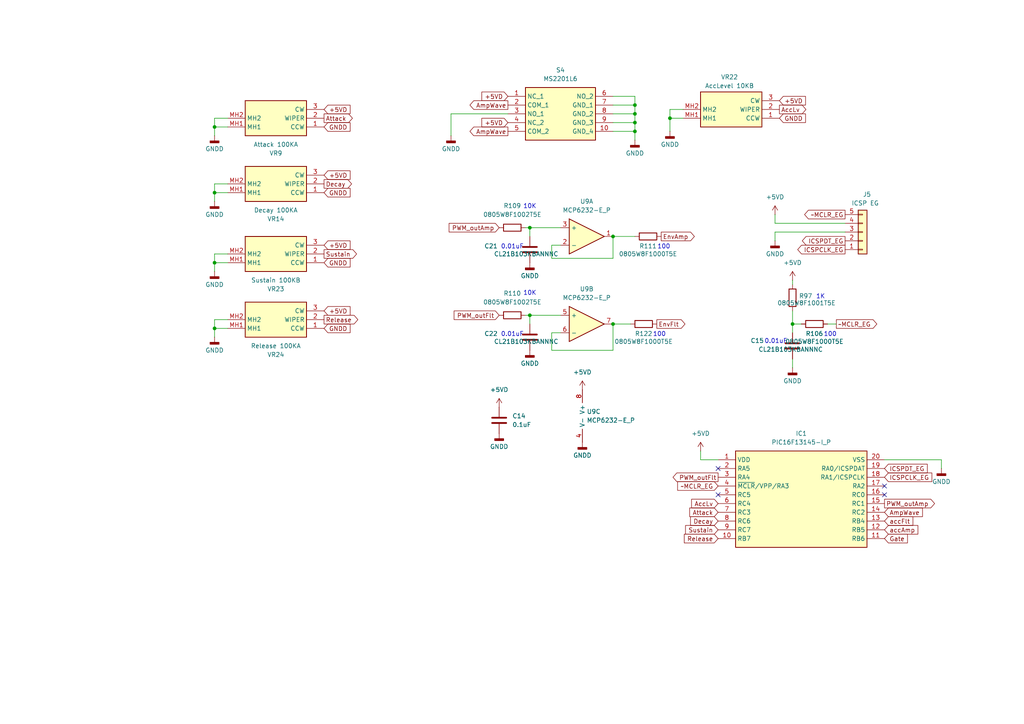
<source format=kicad_sch>
(kicad_sch (version 20250114) (generator "eeschema") (generator_version "9.0")
  (paper "A4")
  (lib_symbols
    (symbol "Connector_Generic:Conn_01x05" (pin_names (offset 1.016) (hide yes))
      (property "Reference" "J" (at 0 7.62 0))
      (property "Value" "Conn_01x05" (at 0 -7.62 0))
      (symbol "Conn_01x05_1_1"
        (rectangle (start -1.27 6.35) (end 1.27 -6.35) (stroke (width 0.254)) (fill (type background)))
        (rectangle (start -1.27 5.207) (end 0 4.953) (stroke (width 0.1524)))
        (rectangle (start -1.27 2.667) (end 0 2.413) (stroke (width 0.1524)))
        (rectangle (start -1.27 0.127) (end 0 -0.127) (stroke (width 0.1524)))
        (rectangle (start -1.27 -2.413) (end 0 -2.667) (stroke (width 0.1524)))
        (rectangle (start -1.27 -4.953) (end 0 -5.207) (stroke (width 0.1524)))
        (pin passive line (at -5.08 5.08 0) (length 3.81) (name "Pin_1") (number "1"))
        (pin passive line (at -5.08 2.54 0) (length 3.81) (name "Pin_2") (number "2"))
        (pin passive line (at -5.08 0 0) (length 3.81) (name "Pin_3") (number "3"))
        (pin passive line (at -5.08 -2.54 0) (length 3.81) (name "Pin_4") (number "4"))
        (pin passive line (at -5.08 -5.08 0) (length 3.81) (name "Pin_5") (number "5"))
      )
    )
    (symbol "Device:C" (pin_numbers (hide yes)) (pin_names (offset 0.254))
      (property "Reference" "C" (at 0.635 2.54 0))
      (property "Value" "C" (at 0.635 -2.54 0))
      (symbol "C_0_1"
        (polyline (pts (xy -2.032 0.762) (xy 2.032 0.762)) (stroke (width 0.508)))
        (polyline (pts (xy -2.032 -0.762) (xy 2.032 -0.762)) (stroke (width 0.508)))
      )
      (symbol "C_1_1"
        (pin passive line (at 0 3.81 270) (length 2.794) (name "~") (number "1"))
        (pin passive line (at 0 -3.81 90) (length 2.794) (name "~") (number "2"))
      )
    )
    (symbol "Device:Opamp_Dual"
      (property "Reference" "U" (at 0 5.08 0))
      (property "Value" "Opamp_Dual" (at 0 -5.08 0))
      (symbol "Opamp_Dual_1_1"
        (polyline (pts (xy -5.08 5.08) (xy 5.08 0) (xy -5.08 -5.08) (xy -5.08 5.08)) (stroke (width 0.254)) (fill (type background)))
        (pin input line (at -7.62 2.54 0) (length 2.54) (name "+") (number "3"))
        (pin input line (at -7.62 -2.54 0) (length 2.54) (name "-") (number "2"))
        (pin output line (at 7.62 0 180) (length 2.54) (name "~") (number "1"))
      )
      (symbol "Opamp_Dual_2_1"
        (polyline (pts (xy -5.08 5.08) (xy 5.08 0) (xy -5.08 -5.08) (xy -5.08 5.08)) (stroke (width 0.254)) (fill (type background)))
        (pin input line (at -7.62 2.54 0) (length 2.54) (name "+") (number "5"))
        (pin input line (at -7.62 -2.54 0) (length 2.54) (name "-") (number "6"))
        (pin output line (at 7.62 0 180) (length 2.54) (name "~") (number "7"))
      )
      (symbol "Opamp_Dual_3_1"
        (pin power_in line (at -2.54 7.62 270) (length 3.81) (name "V+") (number "8"))
        (pin power_in line (at -2.54 -7.62 90) (length 3.81) (name "V-") (number "4"))
      )
    )
    (symbol "Device:R" (pin_numbers (hide yes)) (pin_names (offset 0))
      (property "Reference" "R" (at 2.032 0 90))
      (property "Value" "R" (at 0 0 90))
      (symbol "R_0_1"
        (rectangle (start -1.016 -2.54) (end 1.016 2.54) (stroke (width 0.254)))
      )
      (symbol "R_1_1"
        (pin passive line (at 0 3.81 270) (length 1.27) (name "~") (number "1"))
        (pin passive line (at 0 -3.81 90) (length 1.27) (name "~") (number "2"))
      )
    )
    (symbol "SamacSys_Parts:MS2201L6"
      (property "Reference" "S" (at 26.67 7.62 0))
      (property "Value" "MS2201L6" (at 26.67 5.08 0))
      (symbol "MS2201L6_1_1"
        (rectangle (start 5.08 2.54) (end 25.4 -12.7) (stroke (width 0.254)) (fill (type background)))
        (pin passive line (at 0 0 0) (length 5.08) (name "NC_1") (number "1"))
        (pin passive line (at 0 -2.54 0) (length 5.08) (name "COM_1") (number "2"))
        (pin passive line (at 0 -5.08 0) (length 5.08) (name "NO_1") (number "3"))
        (pin passive line (at 0 -7.62 0) (length 5.08) (name "NC_2") (number "4"))
        (pin passive line (at 0 -10.16 0) (length 5.08) (name "COM_2") (number "5"))
        (pin passive line (at 30.48 0 180) (length 5.08) (name "NO_2") (number "6"))
        (pin passive line (at 30.48 -2.54 180) (length 5.08) (name "GND_1") (number "7"))
        (pin passive line (at 30.48 -5.08 180) (length 5.08) (name "GND_2") (number "8"))
        (pin passive line (at 30.48 -7.62 180) (length 5.08) (name "GND_3") (number "9"))
        (pin passive line (at 30.48 -10.16 180) (length 5.08) (name "GND_4") (number "10"))
      )
    )
    (symbol "SamacSys_Parts:PIC16F13145-I_P"
      (property "Reference" "IC" (at 44.45 7.62 0))
      (property "Value" "PIC16F13145-I_P" (at 44.45 5.08 0))
      (symbol "PIC16F13145-I_P_1_1"
        (rectangle (start 5.08 2.54) (end 43.18 -25.4) (stroke (width 0.254)) (fill (type background)))
        (pin passive line (at 0 0 0) (length 5.08) (name "VDD") (number "1"))
        (pin passive line (at 0 -2.54 0) (length 5.08) (name "RA5") (number "2"))
        (pin passive line (at 0 -5.08 0) (length 5.08) (name "RA4") (number "3"))
        (pin passive line (at 0 -7.62 0) (length 5.08) (name "~{MCLR}/VPP/RA3") (number "4"))
        (pin passive line (at 0 -10.16 0) (length 5.08) (name "RC5") (number "5"))
        (pin passive line (at 0 -12.7 0) (length 5.08) (name "RC4") (number "6"))
        (pin passive line (at 0 -15.24 0) (length 5.08) (name "RC3") (number "7"))
        (pin passive line (at 0 -17.78 0) (length 5.08) (name "RC6") (number "8"))
        (pin passive line (at 0 -20.32 0) (length 5.08) (name "RC7") (number "9"))
        (pin passive line (at 0 -22.86 0) (length 5.08) (name "RB7") (number "10"))
        (pin passive line (at 48.26 0 180) (length 5.08) (name "VSS") (number "20"))
        (pin passive line (at 48.26 -2.54 180) (length 5.08) (name "RA0/ICSPDAT") (number "19"))
        (pin passive line (at 48.26 -5.08 180) (length 5.08) (name "RA1/ICSPCLK") (number "18"))
        (pin passive line (at 48.26 -7.62 180) (length 5.08) (name "RA2") (number "17"))
        (pin passive line (at 48.26 -10.16 180) (length 5.08) (name "RC0") (number "16"))
        (pin passive line (at 48.26 -12.7 180) (length 5.08) (name "RC1") (number "15"))
        (pin passive line (at 48.26 -15.24 180) (length 5.08) (name "RC2") (number "14"))
        (pin passive line (at 48.26 -17.78 180) (length 5.08) (name "RB4") (number "13"))
        (pin passive line (at 48.26 -20.32 180) (length 5.08) (name "RB5") (number "12"))
        (pin passive line (at 48.26 -22.86 180) (length 5.08) (name "RB6") (number "11"))
      )
    )
    (symbol "SamacSys_Parts:RK09D117000B"
      (property "Reference" "VR" (at 24.13 7.62 0))
      (property "Value" "RK09D117000B" (at 24.13 5.08 0))
      (symbol "RK09D117000B_1_1"
        (rectangle (start 5.08 2.54) (end 22.86 -7.62) (stroke (width 0.254)) (fill (type background)))
        (pin passive line (at 0 0 0) (length 5.08) (name "CCW") (number "1"))
        (pin passive line (at 0 -2.54 0) (length 5.08) (name "WIPER") (number "2"))
        (pin passive line (at 0 -5.08 0) (length 5.08) (name "CW") (number "3"))
        (pin passive line (at 27.94 0 180) (length 5.08) (name "MH1") (number "MH1"))
        (pin passive line (at 27.94 -2.54 180) (length 5.08) (name "MH2") (number "MH2"))
      )
    )
    (symbol "power:+5VD" (power) (pin_numbers (hide yes)) (pin_names (offset 0) (hide yes))
      (property "Value" "+5VD" (at 0 3.556 0))
      (symbol "+5VD_0_1"
        (polyline (pts (xy -0.762 1.27) (xy 0 2.54)))
        (polyline (pts (xy 0 2.54) (xy 0.762 1.27)))
        (polyline (pts (xy 0 0) (xy 0 2.54)))
      )
      (symbol "+5VD_1_1"
        (pin power_in line (at 0 0 90) (length 0) (name "~") (number "1"))
      )
    )
    (symbol "power:GNDD" (power) (pin_numbers (hide yes)) (pin_names (offset 0) (hide yes))
      (property "Value" "GNDD" (at 0 -3.175 0))
      (symbol "GNDD_0_1"
        (rectangle (start -1.27 -1.524) (end 1.27 -2.032) (stroke (width 0.254)) (fill (type outline)))
        (polyline (pts (xy 0 0) (xy 0 -1.524)))
      )
      (symbol "GNDD_1_1"
        (pin power_in line (at 0 0 270) (length 0) (name "~") (number "1"))
      )
    )
  )
  (text "0.01uF" (at 148.59 71.628 0) (effects (font (size 1.27 1.27))))
  (text "1K" (at 237.998 86.106 0) (effects (font (size 1.27 1.27))))
  (text "100" (at 240.792 97.028 0) (effects (font (size 1.27 1.27))))
  (text "0.01uF" (at 148.59 97.028 0) (effects (font (size 1.27 1.27))))
  (text "100" (at 192.532 71.628 0) (effects (font (size 1.27 1.27))))
  (text "100" (at 191.262 97.028 0) (effects (font (size 1.27 1.27))))
  (text "10K" (at 153.67 85.09 0) (effects (font (size 1.27 1.27))))
  (text "10K" (at 153.67 59.944 0) (effects (font (size 1.27 1.27))))
  (text "0.01uF" (at 225.044 99.06 0) (effects (font (size 1.27 1.27))))
  (junction (at 184.15 30.48))
  (junction (at 62.23 36.83))
  (junction (at 177.8 93.98))
  (junction (at 153.67 91.44))
  (junction (at 184.15 35.56))
  (junction (at 62.23 95.25))
  (junction (at 229.87 93.98))
  (junction (at 62.23 55.88))
  (junction (at 177.8 68.58))
  (junction (at 62.23 76.2))
  (junction (at 153.67 66.04))
  (junction (at 184.15 38.1))
  (junction (at 194.31 34.29))
  (junction (at 184.15 33.02))
  (no_connect (at 256.54 143.51))
  (no_connect (at 208.28 135.89))
  (no_connect (at 208.28 143.51))
  (no_connect (at 256.54 140.97))
  (wire (pts (xy 177.8 74.93) (xy 177.8 68.58)))
  (wire (pts (xy 194.31 31.75) (xy 194.31 34.29)))
  (wire (pts (xy 62.23 92.71) (xy 62.23 95.25)))
  (wire (pts (xy 198.12 31.75) (xy 194.31 31.75)))
  (wire (pts (xy 177.8 27.94) (xy 184.15 27.94)))
  (wire (pts (xy 177.8 38.1) (xy 184.15 38.1)))
  (wire (pts (xy 62.23 76.2) (xy 62.23 78.74)))
  (wire (pts (xy 62.23 76.2) (xy 66.04 76.2)))
  (wire (pts (xy 184.15 35.56) (xy 184.15 38.1)))
  (wire (pts (xy 147.32 33.02) (xy 130.81 33.02)))
  (wire (pts (xy 62.23 36.83) (xy 62.23 39.37)))
  (wire (pts (xy 256.54 133.35) (xy 273.05 133.35)))
  (wire (pts (xy 229.87 93.98) (xy 229.87 96.52)))
  (wire (pts (xy 62.23 34.29) (xy 62.23 36.83)))
  (wire (pts (xy 152.4 91.44) (xy 153.67 91.44)))
  (wire (pts (xy 198.12 34.29) (xy 194.31 34.29)))
  (wire (pts (xy 130.81 33.02) (xy 130.81 39.37)))
  (wire (pts (xy 240.03 93.98) (xy 242.57 93.98)))
  (wire (pts (xy 66.04 53.34) (xy 62.23 53.34)))
  (wire (pts (xy 152.4 66.04) (xy 153.67 66.04)))
  (wire (pts (xy 66.04 73.66) (xy 62.23 73.66)))
  (wire (pts (xy 66.04 92.71) (xy 62.23 92.71)))
  (wire (pts (xy 153.67 91.44) (xy 153.67 93.98)))
  (wire (pts (xy 160.02 74.93) (xy 177.8 74.93)))
  (wire (pts (xy 62.23 55.88) (xy 62.23 58.42)))
  (wire (pts (xy 177.8 30.48) (xy 184.15 30.48)))
  (wire (pts (xy 66.04 34.29) (xy 62.23 34.29)))
  (wire (pts (xy 62.23 95.25) (xy 62.23 97.79)))
  (wire (pts (xy 162.56 71.12) (xy 160.02 71.12)))
  (wire (pts (xy 229.87 93.98) (xy 232.41 93.98)))
  (wire (pts (xy 160.02 71.12) (xy 160.02 74.93)))
  (wire (pts (xy 184.15 30.48) (xy 184.15 33.02)))
  (wire (pts (xy 273.05 135.89) (xy 273.05 133.35)))
  (wire (pts (xy 177.8 93.98) (xy 182.88 93.98)))
  (wire (pts (xy 224.79 64.77) (xy 245.11 64.77)))
  (wire (pts (xy 208.28 133.35) (xy 203.2 133.35)))
  (wire (pts (xy 62.23 36.83) (xy 66.04 36.83)))
  (wire (pts (xy 184.15 33.02) (xy 184.15 35.56)))
  (wire (pts (xy 184.15 38.1) (xy 184.15 40.64)))
  (wire (pts (xy 177.8 101.6) (xy 177.8 93.98)))
  (wire (pts (xy 62.23 73.66) (xy 62.23 76.2)))
  (wire (pts (xy 62.23 55.88) (xy 66.04 55.88)))
  (wire (pts (xy 224.79 67.31) (xy 224.79 69.85)))
  (wire (pts (xy 177.8 68.58) (xy 184.15 68.58)))
  (wire (pts (xy 177.8 35.56) (xy 184.15 35.56)))
  (wire (pts (xy 153.67 66.04) (xy 162.56 66.04)))
  (wire (pts (xy 62.23 95.25) (xy 66.04 95.25)))
  (wire (pts (xy 184.15 27.94) (xy 184.15 30.48)))
  (wire (pts (xy 153.67 91.44) (xy 162.56 91.44)))
  (wire (pts (xy 229.87 104.14) (xy 229.87 106.68)))
  (wire (pts (xy 62.23 53.34) (xy 62.23 55.88)))
  (wire (pts (xy 153.67 66.04) (xy 153.67 68.58)))
  (wire (pts (xy 160.02 96.52) (xy 160.02 101.6)))
  (wire (pts (xy 177.8 33.02) (xy 184.15 33.02)))
  (wire (pts (xy 160.02 101.6) (xy 177.8 101.6)))
  (wire (pts (xy 229.87 90.17) (xy 229.87 93.98)))
  (wire (pts (xy 229.87 81.28) (xy 229.87 82.55)))
  (wire (pts (xy 162.56 96.52) (xy 160.02 96.52)))
  (wire (pts (xy 194.31 34.29) (xy 194.31 38.1)))
  (wire (pts (xy 203.2 133.35) (xy 203.2 130.81)))
  (wire (pts (xy 224.79 62.23) (xy 224.79 64.77)))
  (wire (pts (xy 224.79 67.31) (xy 245.11 67.31)))
  (global_label "Sustain" (shape input) (at 208.28 153.67 180) (property "Intersheetrefs" "${INTERSHEET_REFS}" (effects (hide yes))))
  (global_label "Release" (shape output) (at 93.98 92.71 0) (property "Intersheetrefs" "${INTERSHEET_REFS}" (effects (hide yes))))
  (global_label "AccLv" (shape output) (at 226.06 31.75 0) (property "Intersheetrefs" "${INTERSHEET_REFS}" (effects (hide yes))))
  (global_label "AmpWave" (shape input) (at 256.54 148.59 0) (property "Intersheetrefs" "${INTERSHEET_REFS}" (effects (hide yes))))
  (global_label "Attack" (shape input) (at 208.28 148.59 180) (property "Intersheetrefs" "${INTERSHEET_REFS}" (effects (hide yes))))
  (global_label "AmpWave" (shape output) (at 147.32 38.1 180) (property "Intersheetrefs" "${INTERSHEET_REFS}" (effects (hide yes))))
  (global_label "accFlt" (shape input) (at 256.54 151.13 0) (property "Intersheetrefs" "${INTERSHEET_REFS}" (effects (hide yes))))
  (global_label "+5VD" (shape input) (at 93.98 50.8 0) (property "Intersheetrefs" "${INTERSHEET_REFS}" (effects (hide yes))))
  (global_label "Decay" (shape output) (at 93.98 53.34 0) (property "Intersheetrefs" "${INTERSHEET_REFS}" (effects (hide yes))))
  (global_label "GNDD" (shape input) (at 93.98 36.83 0) (property "Intersheetrefs" "${INTERSHEET_REFS}" (effects (hide yes))))
  (global_label "PWM_outAmp" (shape input) (at 144.78 66.04 180) (property "Intersheetrefs" "${INTERSHEET_REFS}" (effects (hide yes))))
  (global_label "accAmp" (shape input) (at 256.54 153.67 0) (property "Intersheetrefs" "${INTERSHEET_REFS}" (effects (hide yes))))
  (global_label "Gate" (shape input) (at 256.54 156.21 0) (property "Intersheetrefs" "${INTERSHEET_REFS}" (effects (hide yes))))
  (global_label "GNDD" (shape input) (at 93.98 95.25 0) (property "Intersheetrefs" "${INTERSHEET_REFS}" (effects (hide yes))))
  (global_label "ICSPCLK_EG" (shape input) (at 256.54 138.43 0) (property "Intersheetrefs" "${INTERSHEET_REFS}" (effects (hide yes))))
  (global_label "+5VD" (shape input) (at 93.98 90.17 0) (property "Intersheetrefs" "${INTERSHEET_REFS}" (effects (hide yes))))
  (global_label "Sustain" (shape output) (at 93.98 73.66 0) (property "Intersheetrefs" "${INTERSHEET_REFS}" (effects (hide yes))))
  (global_label "+5VD" (shape input) (at 147.32 35.56 180) (property "Intersheetrefs" "${INTERSHEET_REFS}" (effects (hide yes))))
  (global_label "ICSPDT_EG" (shape input) (at 256.54 135.89 0) (property "Intersheetrefs" "${INTERSHEET_REFS}" (effects (hide yes))))
  (global_label "~MCLR_EG" (shape input) (at 208.28 140.97 180) (property "Intersheetrefs" "${INTERSHEET_REFS}" (effects (hide yes))))
  (global_label "GNDD" (shape input) (at 226.06 34.29 0) (property "Intersheetrefs" "${INTERSHEET_REFS}" (effects (hide yes))))
  (global_label "Release" (shape input) (at 208.28 156.21 180) (property "Intersheetrefs" "${INTERSHEET_REFS}" (effects (hide yes))))
  (global_label "AmpWave" (shape output) (at 147.32 30.48 180) (property "Intersheetrefs" "${INTERSHEET_REFS}" (effects (hide yes))))
  (global_label "EnvFlt" (shape output) (at 190.5 93.98 0) (property "Intersheetrefs" "${INTERSHEET_REFS}" (effects (hide yes))))
  (global_label "+5VD" (shape input) (at 147.32 27.94 180) (property "Intersheetrefs" "${INTERSHEET_REFS}" (effects (hide yes))))
  (global_label "PWM_outFlt" (shape input) (at 144.78 91.44 180) (property "Intersheetrefs" "${INTERSHEET_REFS}" (effects (hide yes))))
  (global_label "+5VD" (shape input) (at 226.06 29.21 0) (property "Intersheetrefs" "${INTERSHEET_REFS}" (effects (hide yes))))
  (global_label "+5VD" (shape input) (at 93.98 71.12 0) (property "Intersheetrefs" "${INTERSHEET_REFS}" (effects (hide yes))))
  (global_label "+5VD" (shape input) (at 93.98 31.75 0) (property "Intersheetrefs" "${INTERSHEET_REFS}" (effects (hide yes))))
  (global_label "GNDD" (shape input) (at 93.98 55.88 0) (property "Intersheetrefs" "${INTERSHEET_REFS}" (effects (hide yes))))
  (global_label "AccLv" (shape input) (at 208.28 146.05 180) (property "Intersheetrefs" "${INTERSHEET_REFS}" (effects (hide yes))))
  (global_label "EnvAmp" (shape output) (at 191.77 68.58 0) (property "Intersheetrefs" "${INTERSHEET_REFS}" (effects (hide yes))))
  (global_label "PWM_outFlt" (shape output) (at 208.28 138.43 180) (property "Intersheetrefs" "${INTERSHEET_REFS}" (effects (hide yes))))
  (global_label "~MCLR_EG" (shape output) (at 245.11 62.23 180) (property "Intersheetrefs" "${INTERSHEET_REFS}" (effects (hide yes))))
  (global_label "GNDD" (shape input) (at 93.98 76.2 0) (property "Intersheetrefs" "${INTERSHEET_REFS}" (effects (hide yes))))
  (global_label "Attack" (shape output) (at 93.98 34.29 0) (property "Intersheetrefs" "${INTERSHEET_REFS}" (effects (hide yes))))
  (global_label "PWM_outAmp" (shape output) (at 256.54 146.05 0) (property "Intersheetrefs" "${INTERSHEET_REFS}" (effects (hide yes))))
  (global_label "~MCLR_EG" (shape output) (at 242.57 93.98 0) (property "Intersheetrefs" "${INTERSHEET_REFS}" (effects (hide yes))))
  (global_label "ICSPCLK_EG" (shape output) (at 245.11 72.39 180) (property "Intersheetrefs" "${INTERSHEET_REFS}" (effects (hide yes))))
  (global_label "Decay" (shape input) (at 208.28 151.13 180) (property "Intersheetrefs" "${INTERSHEET_REFS}" (effects (hide yes))))
  (global_label "ICSPDT_EG" (shape output) (at 245.11 69.85 180) (property "Intersheetrefs" "${INTERSHEET_REFS}" (effects (hide yes))))
  (symbol (lib_id "Device:R") (at 187.96 68.58 90) (unit 1)
    (property "Reference" "R111" (at 187.96 71.374 90))
    (property "Value" "0805W8F1000T5E" (at 187.96 73.66 90))
    (property "Footprint" "Resistor_SMD:R_0805_2012Metric_Pad1.20x1.40mm_HandSolder" (effects (hide yes)))
    (property "Description" "Resistor" (effects (hide yes)))
  )
  (symbol (lib_id "Device:R") (at 236.22 93.98 90) (unit 1)
    (property "Reference" "R106" (at 236.22 96.774 90))
    (property "Value" "0805W8F1000T5E" (at 236.22 99.06 90))
    (property "Footprint" "Resistor_SMD:R_0805_2012Metric_Pad1.20x1.40mm_HandSolder" (effects (hide yes)))
    (property "Description" "Resistor" (effects (hide yes)))
  )
  (symbol (lib_id "power:GNDD") (at 130.81 39.37 0) (unit 1)
    (property "Reference" "#PWR07" (effects (hide yes)))
    (property "Value" "GNDD" (at 130.81 43.18 0))
    (property "Description" "Power symbol creates a global label with name \"GNDD\" , digital ground" (effects (hide yes)))
  )
  (symbol (lib_id "power:+5VD") (at 224.79 62.23 0) (mirror y) (unit 1)
    (property "Reference" "#PWR0203" (effects (hide yes)))
    (property "Value" "+5VD" (at 224.79 57.15 0))
    (property "Description" "Power symbol creates a global label with name \"+5VD\"" (effects (hide yes)))
  )
  (symbol (lib_id "Device:R") (at 186.69 93.98 90) (unit 1)
    (property "Reference" "R122" (at 186.69 96.774 90))
    (property "Value" "0805W8F1000T5E" (at 186.69 99.06 90))
    (property "Footprint" "Resistor_SMD:R_0805_2012Metric_Pad1.20x1.40mm_HandSolder" (effects (hide yes)))
    (property "Description" "Resistor" (effects (hide yes)))
  )
  (symbol (lib_id "Device:Opamp_Dual") (at 171.45 120.65 0) (unit 3)
    (property "Reference" "U9" (at 170.18 119.3799 0) (effects (justify left)))
    (property "Value" "MCP6232-E_P" (at 170.18 121.9199 0) (effects (justify left)))
    (property "Footprint" "Package_SO:SOIC-8_3.9x4.9mm_P1.27mm" (effects (hide yes)))
    (property "Description" "Dual operational amplifier" (effects (hide yes)))
    (property "Sim.Library" "${KICAD9_SYMBOL_DIR}/Simulation_SPICE.sp" (effects (hide yes)))
    (property "Sim.Name" "kicad_builtin_opamp_dual" (effects (hide yes)))
    (property "Sim.Device" "SUBCKT" (effects (hide yes)))
    (property "Sim.Pins" "1=out1 2=in1- 3=in1+ 4=vee 5=in2+ 6=in2- 7=out2 8=vcc" (effects (hide yes)))
  )
  (symbol (lib_id "Device:Opamp_Dual") (at 170.18 93.98 0) (unit 2)
    (property "Reference" "U9" (at 170.18 83.82 0))
    (property "Value" "MCP6232-E_P" (at 170.18 86.36 0))
    (property "Footprint" "Package_SO:SOIC-8_3.9x4.9mm_P1.27mm" (effects (hide yes)))
    (property "Description" "Dual operational amplifier" (effects (hide yes)))
    (property "Sim.Library" "${KICAD9_SYMBOL_DIR}/Simulation_SPICE.sp" (effects (hide yes)))
    (property "Sim.Name" "kicad_builtin_opamp_dual" (effects (hide yes)))
    (property "Sim.Device" "SUBCKT" (effects (hide yes)))
    (property "Sim.Pins" "1=out1 2=in1- 3=in1+ 4=vee 5=in2+ 6=in2- 7=out2 8=vcc" (effects (hide yes)))
  )
  (symbol (lib_id "Device:R") (at 229.87 86.36 180) (unit 1)
    (property "Reference" "R97" (at 233.68 85.852 0))
    (property "Value" "0805W8F1001T5E" (at 233.934 87.884 0))
    (property "Footprint" "Resistor_SMD:R_0805_2012Metric_Pad1.20x1.40mm_HandSolder" (effects (hide yes)))
    (property "Description" "Resistor" (effects (hide yes)))
  )
  (symbol (lib_id "Device:C") (at 229.87 100.33 0) (unit 1)
    (property "Reference" "C15" (at 217.678 98.806 0) (effects (justify left)))
    (property "Value" "CL21B103KBANNNC" (at 219.964 101.346 0) (effects (justify left)))
    (property "Footprint" "Capacitor_SMD:C_0805_2012Metric_Pad1.18x1.45mm_HandSolder" (effects (hide yes)))
    (property "Description" "Unpolarized capacitor" (effects (hide yes)))
  )
  (symbol (lib_id "power:GNDD") (at 184.15 40.64 0) (unit 1)
    (property "Reference" "#PWR06" (effects (hide yes)))
    (property "Value" "GNDD" (at 184.15 44.45 0))
    (property "Description" "Power symbol creates a global label with name \"GNDD\" , digital ground" (effects (hide yes)))
  )
  (symbol (lib_id "power:GNDD") (at 168.91 128.27 0) (unit 1)
    (property "Reference" "#PWR0202" (effects (hide yes)))
    (property "Value" "GNDD" (at 168.91 132.08 0))
    (property "Description" "Power symbol creates a global label with name \"GNDD\" , digital ground" (effects (hide yes)))
  )
  (symbol (lib_id "power:GNDD") (at 153.67 101.6 0) (unit 1)
    (property "Reference" "#PWR0207" (effects (hide yes)))
    (property "Value" "GNDD" (at 153.67 105.41 0))
    (property "Description" "Power symbol creates a global label with name \"GNDD\" , digital ground" (effects (hide yes)))
  )
  (symbol (lib_id "power:+5VD") (at 229.87 81.28 0) (mirror y) (unit 1)
    (property "Reference" "#PWR0208" (effects (hide yes)))
    (property "Value" "+5VD" (at 229.87 76.2 0))
    (property "Description" "Power symbol creates a global label with name \"+5VD\"" (effects (hide yes)))
  )
  (symbol (lib_id "Device:Opamp_Dual") (at 170.18 68.58 0) (unit 1)
    (property "Reference" "U9" (at 170.18 58.42 0))
    (property "Value" "MCP6232-E_P" (at 170.18 60.96 0))
    (property "Footprint" "Package_SO:SOIC-8_3.9x4.9mm_P1.27mm" (effects (hide yes)))
    (property "Description" "Dual operational amplifier" (effects (hide yes)))
    (property "Sim.Library" "${KICAD9_SYMBOL_DIR}/Simulation_SPICE.sp" (effects (hide yes)))
    (property "Sim.Name" "kicad_builtin_opamp_dual" (effects (hide yes)))
    (property "Sim.Device" "SUBCKT" (effects (hide yes)))
    (property "Sim.Pins" "1=out1 2=in1- 3=in1+ 4=vee 5=in2+ 6=in2- 7=out2 8=vcc" (effects (hide yes)))
  )
  (symbol (lib_id "power:GNDD") (at 273.05 135.89 0) (unit 1)
    (property "Reference" "#PWR082" (effects (hide yes)))
    (property "Value" "GNDD" (at 273.05 139.7 0))
    (property "Description" "Power symbol creates a global label with name \"GNDD\" , digital ground" (effects (hide yes)))
  )
  (symbol (lib_id "SamacSys_Parts:RK09D117000B") (at 93.98 76.2 180) (unit 1)
    (property "Reference" "VR23" (at 80.01 83.82 0))
    (property "Value" "Sustain 100KB" (at 80.01 81.28 0))
    (property "Footprint" "SamacSys_parts:RK09D117000B" (effects (hide yes)))
    (property "Datasheet" "https://tech.alpsalpine.com/prod/j/html/potentiometer/rotarypotentiometers/rk09k/rk09d117000b.html" (effects (hide yes)))
    (property "Description" "9-inch insulated shaft snap-in type RK09K/RK09D series" (effects (hide yes)))
    (property "Height" "30" (effects (hide yes)))
    (property "Manufacturer_Name" "ALPS Electric" (effects (hide yes)))
    (property "Manufacturer_Part_Number" "RK09D117000B" (effects (hide yes)))
    (property "Mouser Part Number" "688-RK09D117000B" (effects (hide yes)))
    (property "Mouser Price/Stock" "https://www.mouser.co.uk/ProductDetail/Alps-Alpine/RK09D117000B?qs=3cOf6TWd2rbc67829PEbEQ%3D%3D" (effects (hide yes)))
  )
  (symbol (lib_id "Connector_Generic:Conn_01x05") (at 250.19 67.31 0) (mirror x) (unit 1)
    (property "Reference" "J5" (at 251.46 56.388 0))
    (property "Value" "ICSP EG" (at 250.952 58.928 0))
    (property "Footprint" "Connector_PinHeader_2.54mm:PinHeader_1x05_P2.54mm_Vertical" (effects (hide yes)))
    (property "Description" "Generic connector, single row, 01x05, script generated (kicad-library-utils/schlib/autogen/connector/)" (effects (hide yes)))
  )
  (symbol (lib_id "power:GNDD") (at 224.79 69.85 0) (unit 1)
    (property "Reference" "#PWR0204" (effects (hide yes)))
    (property "Value" "GNDD" (at 224.79 73.66 0))
    (property "Description" "Power symbol creates a global label with name \"GNDD\" , digital ground" (effects (hide yes)))
  )
  (symbol (lib_id "SamacSys_Parts:RK09D117000B") (at 93.98 36.83 180) (unit 1)
    (property "Reference" "VR9" (at 80.01 44.45 0))
    (property "Value" "Attack 100KA" (at 80.01 41.91 0))
    (property "Footprint" "SamacSys_parts:RK09D117000B" (effects (hide yes)))
    (property "Datasheet" "https://tech.alpsalpine.com/prod/j/html/potentiometer/rotarypotentiometers/rk09k/rk09d117000b.html" (effects (hide yes)))
    (property "Description" "9-inch insulated shaft snap-in type RK09K/RK09D series" (effects (hide yes)))
    (property "Height" "30" (effects (hide yes)))
    (property "Manufacturer_Name" "ALPS Electric" (effects (hide yes)))
    (property "Manufacturer_Part_Number" "RK09D117000B" (effects (hide yes)))
    (property "Mouser Part Number" "688-RK09D117000B" (effects (hide yes)))
    (property "Mouser Price/Stock" "https://www.mouser.co.uk/ProductDetail/Alps-Alpine/RK09D117000B?qs=3cOf6TWd2rbc67829PEbEQ%3D%3D" (effects (hide yes)))
  )
  (symbol (lib_id "power:GNDD") (at 153.67 76.2 0) (unit 1)
    (property "Reference" "#PWR0206" (effects (hide yes)))
    (property "Value" "GNDD" (at 153.67 80.01 0))
    (property "Description" "Power symbol creates a global label with name \"GNDD\" , digital ground" (effects (hide yes)))
  )
  (symbol (lib_id "Device:C") (at 153.67 97.79 0) (unit 1)
    (property "Reference" "C22" (at 140.462 96.774 0) (effects (justify left)))
    (property "Value" "CL21B103KBANNNC" (at 143.256 99.06 0) (effects (justify left)))
    (property "Footprint" "Capacitor_SMD:C_0805_2012Metric_Pad1.18x1.45mm_HandSolder" (effects (hide yes)))
    (property "Description" "Unpolarized capacitor" (effects (hide yes)))
  )
  (symbol (lib_id "power:GNDD") (at 144.78 125.73 0) (unit 1)
    (property "Reference" "#PWR0115" (effects (hide yes)))
    (property "Value" "GNDD" (at 144.78 129.54 0))
    (property "Description" "Power symbol creates a global label with name \"GNDD\" , digital ground" (effects (hide yes)))
  )
  (symbol (lib_id "power:GNDD") (at 62.23 97.79 0) (unit 1)
    (property "Reference" "#PWR05" (effects (hide yes)))
    (property "Value" "GNDD" (at 62.23 101.6 0))
    (property "Description" "Power symbol creates a global label with name \"GNDD\" , digital ground" (effects (hide yes)))
  )
  (symbol (lib_id "Device:C") (at 153.67 72.39 0) (unit 1)
    (property "Reference" "C21" (at 140.462 71.374 0) (effects (justify left)))
    (property "Value" "CL21B103KBANNNC" (at 143.256 73.66 0) (effects (justify left)))
    (property "Footprint" "Capacitor_SMD:C_0805_2012Metric_Pad1.18x1.45mm_HandSolder" (effects (hide yes)))
    (property "Description" "Unpolarized capacitor" (effects (hide yes)))
  )
  (symbol (lib_id "Device:C") (at 144.78 121.92 0) (unit 1)
    (property "Reference" "C14" (at 148.59 120.6499 0) (effects (justify left)))
    (property "Value" "0.1uF" (at 148.59 123.1899 0) (effects (justify left)))
    (property "Footprint" "Capacitor_SMD:C_0805_2012Metric_Pad1.18x1.45mm_HandSolder" (effects (hide yes)))
    (property "Description" "Unpolarized capacitor" (effects (hide yes)))
  )
  (symbol (lib_id "SamacSys_Parts:MS2201L6") (at 147.32 27.94 0) (unit 1)
    (property "Reference" "S4" (at 162.56 20.32 0))
    (property "Value" "MS2201L6" (at 162.56 22.86 0))
    (property "Footprint" "SamacSys_parts:MS2201L6" (effects (hide yes)))
    (property "Datasheet" "https://www.citrelay.com/Catalog%20Pages/SwitchCatalog/MS2201.pdf" (effects (hide yes)))
    (property "Description" "SLIDE SWITCH DPDT 200MA 30VDC" (effects (hide yes)))
    (property "Height" "14.1" (effects (hide yes)))
    (property "Manufacturer_Name" "CIT Relay & Switch" (effects (hide yes)))
    (property "Manufacturer_Part_Number" "MS2201L6" (effects (hide yes)))
    (instances (project "" (path "" (reference "S4") (unit 1))) (project "" (path "" (reference "S3") (unit 1))) (project "" (path "" (reference "S4") (unit 1))))
  )
  (symbol (lib_id "SamacSys_Parts:RK09D117000B") (at 226.06 34.29 180) (unit 1)
    (property "Reference" "VR22" (at 211.582 22.352 0))
    (property "Value" "AccLevel 10KB" (at 211.582 24.892 0))
    (property "Footprint" "SamacSys_parts:RK09D117000B" (effects (hide yes)))
    (property "Datasheet" "https://tech.alpsalpine.com/prod/j/html/potentiometer/rotarypotentiometers/rk09k/rk09d117000b.html" (effects (hide yes)))
    (property "Description" "9-inch insulated shaft snap-in type RK09K/RK09D series" (effects (hide yes)))
    (property "Height" "30" (effects (hide yes)))
    (property "Manufacturer_Name" "ALPS Electric" (effects (hide yes)))
    (property "Manufacturer_Part_Number" "RK09D117000B" (effects (hide yes)))
    (property "Mouser Part Number" "688-RK09D117000B" (effects (hide yes)))
    (property "Mouser Price/Stock" "https://www.mouser.co.uk/ProductDetail/Alps-Alpine/RK09D117000B?qs=3cOf6TWd2rbc67829PEbEQ%3D%3D" (effects (hide yes)))
  )
  (symbol (lib_id "power:GNDD") (at 62.23 78.74 0) (unit 1)
    (property "Reference" "#PWR04" (effects (hide yes)))
    (property "Value" "GNDD" (at 62.23 82.55 0))
    (property "Description" "Power symbol creates a global label with name \"GNDD\" , digital ground" (effects (hide yes)))
  )
  (symbol (lib_id "SamacSys_Parts:RK09D117000B") (at 93.98 55.88 180) (unit 1)
    (property "Reference" "VR14" (at 80.01 63.5 0))
    (property "Value" "Decay 100KA" (at 80.01 60.96 0))
    (property "Footprint" "SamacSys_parts:RK09D117000B" (effects (hide yes)))
    (property "Datasheet" "https://tech.alpsalpine.com/prod/j/html/potentiometer/rotarypotentiometers/rk09k/rk09d117000b.html" (effects (hide yes)))
    (property "Description" "9-inch insulated shaft snap-in type RK09K/RK09D series" (effects (hide yes)))
    (property "Height" "30" (effects (hide yes)))
    (property "Manufacturer_Name" "ALPS Electric" (effects (hide yes)))
    (property "Manufacturer_Part_Number" "RK09D117000B" (effects (hide yes)))
    (property "Mouser Part Number" "688-RK09D117000B" (effects (hide yes)))
    (property "Mouser Price/Stock" "https://www.mouser.co.uk/ProductDetail/Alps-Alpine/RK09D117000B?qs=3cOf6TWd2rbc67829PEbEQ%3D%3D" (effects (hide yes)))
  )
  (symbol (lib_id "SamacSys_Parts:PIC16F13145-I_P") (at 208.28 133.35 0) (unit 1)
    (property "Reference" "IC1" (at 232.41 125.73 0))
    (property "Value" "PIC16F13145-I_P" (at 232.41 128.27 0))
    (property "Footprint" "SamacSys_parts:DIP794W56P254L2591H533Q20N" (effects (hide yes)))
    (property "Datasheet" "https://www.mouser.com/datasheet/2/268/PIC16F13145_Family_Microcontroller_Data_Sheet_DS40-3400619.pdf" (effects (hide yes)))
    (property "Description" "8-bit Microcontrollers - MCU 14KB Flash, 1024B RAM, 10b ADC, 8b DAC, CLB, CLC, 2x PWM, 2x CCP, HLT, WWDT," (effects (hide yes)))
    (property "Height" "5.334" (effects (hide yes)))
    (property "Manufacturer_Name" "Microchip" (effects (hide yes)))
    (property "Manufacturer_Part_Number" "PIC16F13145-I/P" (effects (hide yes)))
    (property "Mouser Part Number" "579-PIC16F13145-I/P" (effects (hide yes)))
    (property "Mouser Price/Stock" "https://www.mouser.co.uk/ProductDetail/Microchip-Technology/PIC16F13145-I-P?qs=mELouGlnn3dXxZh9BC%252BU6A%3D%3D" (effects (hide yes)))
  )
  (symbol (lib_id "power:+5VD") (at 168.91 113.03 0) (unit 1)
    (property "Reference" "#PWR0200" (effects (hide yes)))
    (property "Value" "+5VD" (at 168.91 107.95 0))
    (property "Description" "Power symbol creates a global label with name \"+5VD\"" (effects (hide yes)))
  )
  (symbol (lib_id "power:+5VD") (at 203.2 130.81 0) (unit 1)
    (property "Reference" "#PWR0201" (effects (hide yes)))
    (property "Value" "+5VD" (at 203.2 125.73 0))
    (property "Description" "Power symbol creates a global label with name \"+5VD\"" (effects (hide yes)))
  )
  (symbol (lib_id "power:GNDD") (at 62.23 58.42 0) (unit 1)
    (property "Reference" "#PWR03" (effects (hide yes)))
    (property "Value" "GNDD" (at 62.23 62.23 0))
    (property "Description" "Power symbol creates a global label with name \"GNDD\" , digital ground" (effects (hide yes)))
  )
  (symbol (lib_id "Device:R") (at 148.59 66.04 90) (unit 1)
    (property "Reference" "R109" (at 148.59 59.69 90))
    (property "Value" "0805W8F1002T5E" (at 148.59 62.23 90))
    (property "Footprint" "Resistor_SMD:R_0805_2012Metric_Pad1.20x1.40mm_HandSolder" (effects (hide yes)))
    (property "Description" "Resistor" (effects (hide yes)))
  )
  (symbol (lib_id "Device:R") (at 148.59 91.44 90) (unit 1)
    (property "Reference" "R110" (at 148.59 85.09 90))
    (property "Value" "0805W8F1002T5E" (at 148.59 87.63 90))
    (property "Footprint" "Resistor_SMD:R_0805_2012Metric_Pad1.20x1.40mm_HandSolder" (effects (hide yes)))
    (property "Description" "Resistor" (effects (hide yes)))
  )
  (symbol (lib_id "power:GNDD") (at 229.87 106.68 0) (unit 1)
    (property "Reference" "#PWR0209" (effects (hide yes)))
    (property "Value" "GNDD" (at 229.87 110.49 0))
    (property "Description" "Power symbol creates a global label with name \"GNDD\" , digital ground" (effects (hide yes)))
  )
  (symbol (lib_id "SamacSys_Parts:RK09D117000B") (at 93.98 95.25 180) (unit 1)
    (property "Reference" "VR24" (at 80.01 102.87 0))
    (property "Value" "Release 100KA" (at 80.01 100.33 0))
    (property "Footprint" "SamacSys_parts:RK09D117000B" (effects (hide yes)))
    (property "Datasheet" "https://tech.alpsalpine.com/prod/j/html/potentiometer/rotarypotentiometers/rk09k/rk09d117000b.html" (effects (hide yes)))
    (property "Description" "9-inch insulated shaft snap-in type RK09K/RK09D series" (effects (hide yes)))
    (property "Height" "30" (effects (hide yes)))
    (property "Manufacturer_Name" "ALPS Electric" (effects (hide yes)))
    (property "Manufacturer_Part_Number" "RK09D117000B" (effects (hide yes)))
    (property "Mouser Part Number" "688-RK09D117000B" (effects (hide yes)))
    (property "Mouser Price/Stock" "https://www.mouser.co.uk/ProductDetail/Alps-Alpine/RK09D117000B?qs=3cOf6TWd2rbc67829PEbEQ%3D%3D" (effects (hide yes)))
  )
  (symbol (lib_id "power:GNDD") (at 194.31 38.1 0) (unit 1)
    (property "Reference" "#PWR01" (effects (hide yes)))
    (property "Value" "GNDD" (at 194.31 41.91 0))
    (property "Description" "Power symbol creates a global label with name \"GNDD\" , digital ground" (effects (hide yes)))
  )
  (symbol (lib_id "power:+5VD") (at 144.78 118.11 0) (unit 1)
    (property "Reference" "#PWR097" (effects (hide yes)))
    (property "Value" "+5VD" (at 144.78 113.03 0))
    (property "Description" "Power symbol creates a global label with name \"+5VD\"" (effects (hide yes)))
  )
  (symbol (lib_id "power:GNDD") (at 62.23 39.37 0) (unit 1)
    (property "Reference" "#PWR02" (effects (hide yes)))
    (property "Value" "GNDD" (at 62.23 43.18 0))
    (property "Description" "Power symbol creates a global label with name \"GNDD\" , digital ground" (effects (hide yes)))
  )
)
</source>
